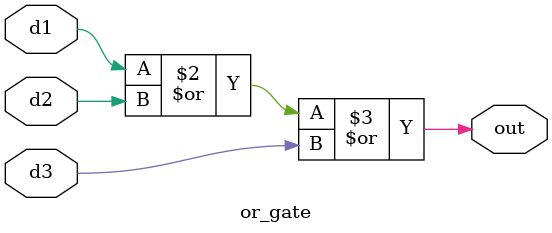
<source format=v>
`timescale 1ns / 1ps

module or_gate(d1, d2, d3, out);
input d1 ,d2, d3;
output reg out;

    always@(d1, d2, d3)
begin
    out = d1 | d2 | d3;
end

endmodule

</source>
